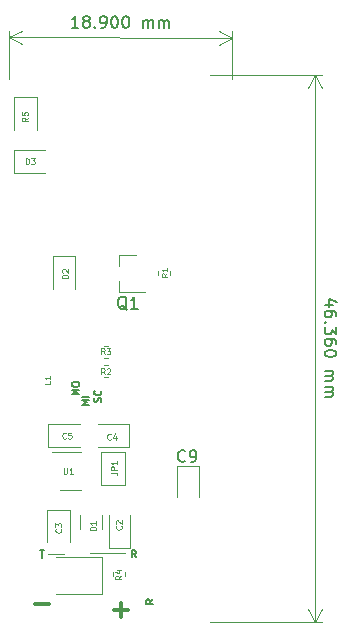
<source format=gto>
G04 #@! TF.GenerationSoftware,KiCad,Pcbnew,(5.99.0-168-g9990dcc1b)*
G04 #@! TF.CreationDate,2019-12-17T14:25:06+03:00*
G04 #@! TF.ProjectId,SmartPartsIONBoard,536d6172-7450-4617-9274-73494f4e426f,rev?*
G04 #@! TF.SameCoordinates,Original*
G04 #@! TF.FileFunction,Legend,Top*
G04 #@! TF.FilePolarity,Positive*
%FSLAX46Y46*%
G04 Gerber Fmt 4.6, Leading zero omitted, Abs format (unit mm)*
G04 Created by KiCad (PCBNEW (5.99.0-168-g9990dcc1b)) date 2019-12-17 14:25:06*
%MOMM*%
%LPD*%
G04 APERTURE LIST*
%ADD10C,0.120000*%
%ADD11C,0.150000*%
%ADD12C,0.300000*%
%ADD13C,0.100000*%
G04 APERTURE END LIST*
D10*
X63340000Y-70600000D02*
X64680000Y-70600000D01*
X66840000Y-70530000D02*
X66820000Y-70530000D01*
X69840000Y-70540000D02*
X66840000Y-70530000D01*
D11*
X70765714Y-70861428D02*
X70565714Y-70575714D01*
X70422857Y-70861428D02*
X70422857Y-70261428D01*
X70651428Y-70261428D01*
X70708571Y-70290000D01*
X70737142Y-70318571D01*
X70765714Y-70375714D01*
X70765714Y-70461428D01*
X70737142Y-70518571D01*
X70708571Y-70547142D01*
X70651428Y-70575714D01*
X70422857Y-70575714D01*
X62628571Y-70281428D02*
X62971428Y-70281428D01*
X62800000Y-70881428D02*
X62800000Y-70281428D01*
X67782857Y-57701428D02*
X67811428Y-57615714D01*
X67811428Y-57472857D01*
X67782857Y-57415714D01*
X67754285Y-57387142D01*
X67697142Y-57358571D01*
X67640000Y-57358571D01*
X67582857Y-57387142D01*
X67554285Y-57415714D01*
X67525714Y-57472857D01*
X67497142Y-57587142D01*
X67468571Y-57644285D01*
X67440000Y-57672857D01*
X67382857Y-57701428D01*
X67325714Y-57701428D01*
X67268571Y-57672857D01*
X67240000Y-57644285D01*
X67211428Y-57587142D01*
X67211428Y-57444285D01*
X67240000Y-57358571D01*
X67754285Y-56758571D02*
X67782857Y-56787142D01*
X67811428Y-56872857D01*
X67811428Y-56930000D01*
X67782857Y-57015714D01*
X67725714Y-57072857D01*
X67668571Y-57101428D01*
X67554285Y-57130000D01*
X67468571Y-57130000D01*
X67354285Y-57101428D01*
X67297142Y-57072857D01*
X67240000Y-57015714D01*
X67211428Y-56930000D01*
X67211428Y-56872857D01*
X67240000Y-56787142D01*
X67268571Y-56758571D01*
X66791428Y-57952857D02*
X66191428Y-57952857D01*
X66620000Y-57752857D01*
X66191428Y-57552857D01*
X66791428Y-57552857D01*
X66791428Y-57267142D02*
X66191428Y-57267142D01*
X65941428Y-57064285D02*
X65341428Y-57064285D01*
X65770000Y-56864285D01*
X65341428Y-56664285D01*
X65941428Y-56664285D01*
X65341428Y-56264285D02*
X65341428Y-56150000D01*
X65370000Y-56092857D01*
X65427142Y-56035714D01*
X65541428Y-56007142D01*
X65741428Y-56007142D01*
X65855714Y-56035714D01*
X65912857Y-56092857D01*
X65941428Y-56150000D01*
X65941428Y-56264285D01*
X65912857Y-56321428D01*
X65855714Y-56378571D01*
X65741428Y-56407142D01*
X65541428Y-56407142D01*
X65427142Y-56378571D01*
X65370000Y-56321428D01*
X65341428Y-56264285D01*
X72211428Y-74434285D02*
X71925714Y-74634285D01*
X72211428Y-74777142D02*
X71611428Y-74777142D01*
X71611428Y-74548571D01*
X71640000Y-74491428D01*
X71668571Y-74462857D01*
X71725714Y-74434285D01*
X71811428Y-74434285D01*
X71868571Y-74462857D01*
X71897142Y-74491428D01*
X71925714Y-74548571D01*
X71925714Y-74777142D01*
D12*
X63381428Y-74797142D02*
X62238571Y-74797142D01*
X70051428Y-75317142D02*
X68908571Y-75317142D01*
X69480000Y-75888571D02*
X69480000Y-74745714D01*
D11*
X65883121Y-26038604D02*
X65311693Y-26037999D01*
X65597407Y-26038302D02*
X65598465Y-25038302D01*
X65503076Y-25181058D01*
X65407737Y-25276196D01*
X65312449Y-25323714D01*
X66455154Y-25467780D02*
X66359967Y-25420061D01*
X66312398Y-25372391D01*
X66264880Y-25277103D01*
X66264930Y-25229484D01*
X66312650Y-25134296D01*
X66360319Y-25086727D01*
X66455608Y-25039209D01*
X66646084Y-25039411D01*
X66741271Y-25087131D01*
X66788840Y-25134800D01*
X66836358Y-25230088D01*
X66836308Y-25277707D01*
X66788588Y-25372895D01*
X66740919Y-25420464D01*
X66645630Y-25467982D01*
X66455154Y-25467780D01*
X66359866Y-25515299D01*
X66312196Y-25562867D01*
X66264477Y-25658055D01*
X66264275Y-25848531D01*
X66311793Y-25943819D01*
X66359362Y-25991489D01*
X66454549Y-26039209D01*
X66645026Y-26039410D01*
X66740314Y-25991892D01*
X66787983Y-25944323D01*
X66835703Y-25849136D01*
X66835905Y-25658660D01*
X66788387Y-25563371D01*
X66740818Y-25515702D01*
X66645630Y-25467982D01*
X67264174Y-25944827D02*
X67311742Y-25992497D01*
X67264073Y-26040065D01*
X67216504Y-25992396D01*
X67264174Y-25944827D01*
X67264073Y-26040065D01*
X67787882Y-26040620D02*
X67978358Y-26040821D01*
X68073647Y-25993303D01*
X68121316Y-25945734D01*
X68216705Y-25802978D01*
X68264526Y-25612552D01*
X68264929Y-25231600D01*
X68217411Y-25136312D01*
X68169842Y-25088642D01*
X68074654Y-25040922D01*
X67884178Y-25040721D01*
X67788890Y-25088239D01*
X67741220Y-25135808D01*
X67693501Y-25230995D01*
X67693249Y-25469091D01*
X67740767Y-25564379D01*
X67788336Y-25612048D01*
X67883523Y-25659768D01*
X68073999Y-25659970D01*
X68169288Y-25612451D01*
X68216957Y-25564883D01*
X68264677Y-25469695D01*
X68884178Y-25041779D02*
X68979416Y-25041880D01*
X69074603Y-25089600D01*
X69122172Y-25137269D01*
X69169690Y-25232557D01*
X69217108Y-25423084D01*
X69216856Y-25661179D01*
X69169035Y-25851605D01*
X69121315Y-25946792D01*
X69073646Y-25994361D01*
X68978358Y-26041879D01*
X68883120Y-26041779D01*
X68787932Y-25994059D01*
X68740363Y-25946389D01*
X68692845Y-25851101D01*
X68645428Y-25660574D01*
X68645680Y-25422479D01*
X68693500Y-25232054D01*
X68741220Y-25136866D01*
X68788889Y-25089297D01*
X68884178Y-25041779D01*
X69836558Y-25042787D02*
X69931796Y-25042888D01*
X70026984Y-25090607D01*
X70074552Y-25138277D01*
X70122071Y-25233565D01*
X70169488Y-25424092D01*
X70169236Y-25662187D01*
X70121416Y-25852613D01*
X70073696Y-25947800D01*
X70026026Y-25995369D01*
X69930738Y-26042887D01*
X69835500Y-26042786D01*
X69740312Y-25995067D01*
X69692744Y-25947397D01*
X69645225Y-25852109D01*
X69597808Y-25661582D01*
X69598060Y-25423487D01*
X69645881Y-25233061D01*
X69693600Y-25137874D01*
X69741270Y-25090305D01*
X69836558Y-25042787D01*
X71359309Y-26044399D02*
X71360014Y-25377733D01*
X71359913Y-25472971D02*
X71407583Y-25425402D01*
X71502871Y-25377884D01*
X71645728Y-25378035D01*
X71740916Y-25425755D01*
X71788434Y-25521043D01*
X71787880Y-26044852D01*
X71788434Y-25521043D02*
X71836154Y-25425855D01*
X71931442Y-25378337D01*
X72074299Y-25378488D01*
X72169487Y-25426208D01*
X72217005Y-25521497D01*
X72216451Y-26045306D01*
X72692641Y-26045810D02*
X72693347Y-25379143D01*
X72693246Y-25474381D02*
X72740915Y-25426813D01*
X72836204Y-25379295D01*
X72979061Y-25379446D01*
X73074248Y-25427166D01*
X73121767Y-25522454D01*
X73121212Y-26046263D01*
X73121767Y-25522454D02*
X73169487Y-25427266D01*
X73264775Y-25379748D01*
X73407632Y-25379899D01*
X73502820Y-25427619D01*
X73550338Y-25522908D01*
X73549784Y-26046717D01*
D10*
X60003683Y-26850002D02*
X78903683Y-26870002D01*
X60000000Y-30330000D02*
X60004303Y-26263582D01*
X78900000Y-30350000D02*
X78904303Y-26283582D01*
X78903683Y-26870002D02*
X77776559Y-27455230D01*
X78903683Y-26870002D02*
X77777800Y-26282390D01*
X60003683Y-26850002D02*
X61129566Y-27437614D01*
X60003683Y-26850002D02*
X61130807Y-26264774D01*
D11*
X87394285Y-49503333D02*
X86727619Y-49503333D01*
X87775238Y-49265238D02*
X87060952Y-49027142D01*
X87060952Y-49646190D01*
X87727619Y-50455714D02*
X87727619Y-50265238D01*
X87680000Y-50170000D01*
X87632380Y-50122380D01*
X87489523Y-50027142D01*
X87299047Y-49979523D01*
X86918095Y-49979523D01*
X86822857Y-50027142D01*
X86775238Y-50074761D01*
X86727619Y-50170000D01*
X86727619Y-50360476D01*
X86775238Y-50455714D01*
X86822857Y-50503333D01*
X86918095Y-50550952D01*
X87156190Y-50550952D01*
X87251428Y-50503333D01*
X87299047Y-50455714D01*
X87346666Y-50360476D01*
X87346666Y-50170000D01*
X87299047Y-50074761D01*
X87251428Y-50027142D01*
X87156190Y-49979523D01*
X86822857Y-50979523D02*
X86775238Y-51027142D01*
X86727619Y-50979523D01*
X86775238Y-50931904D01*
X86822857Y-50979523D01*
X86727619Y-50979523D01*
X87727619Y-51360476D02*
X87727619Y-51979523D01*
X87346666Y-51646190D01*
X87346666Y-51789047D01*
X87299047Y-51884285D01*
X87251428Y-51931904D01*
X87156190Y-51979523D01*
X86918095Y-51979523D01*
X86822857Y-51931904D01*
X86775238Y-51884285D01*
X86727619Y-51789047D01*
X86727619Y-51503333D01*
X86775238Y-51408095D01*
X86822857Y-51360476D01*
X87727619Y-52836666D02*
X87727619Y-52646190D01*
X87680000Y-52550952D01*
X87632380Y-52503333D01*
X87489523Y-52408095D01*
X87299047Y-52360476D01*
X86918095Y-52360476D01*
X86822857Y-52408095D01*
X86775238Y-52455714D01*
X86727619Y-52550952D01*
X86727619Y-52741428D01*
X86775238Y-52836666D01*
X86822857Y-52884285D01*
X86918095Y-52931904D01*
X87156190Y-52931904D01*
X87251428Y-52884285D01*
X87299047Y-52836666D01*
X87346666Y-52741428D01*
X87346666Y-52550952D01*
X87299047Y-52455714D01*
X87251428Y-52408095D01*
X87156190Y-52360476D01*
X87727619Y-53550952D02*
X87727619Y-53646190D01*
X87680000Y-53741428D01*
X87632380Y-53789047D01*
X87537142Y-53836666D01*
X87346666Y-53884285D01*
X87108571Y-53884285D01*
X86918095Y-53836666D01*
X86822857Y-53789047D01*
X86775238Y-53741428D01*
X86727619Y-53646190D01*
X86727619Y-53550952D01*
X86775238Y-53455714D01*
X86822857Y-53408095D01*
X86918095Y-53360476D01*
X87108571Y-53312857D01*
X87346666Y-53312857D01*
X87537142Y-53360476D01*
X87632380Y-53408095D01*
X87680000Y-53455714D01*
X87727619Y-53550952D01*
X86727619Y-55074761D02*
X87394285Y-55074761D01*
X87299047Y-55074761D02*
X87346666Y-55122380D01*
X87394285Y-55217619D01*
X87394285Y-55360476D01*
X87346666Y-55455714D01*
X87251428Y-55503333D01*
X86727619Y-55503333D01*
X87251428Y-55503333D02*
X87346666Y-55550952D01*
X87394285Y-55646190D01*
X87394285Y-55789047D01*
X87346666Y-55884285D01*
X87251428Y-55931904D01*
X86727619Y-55931904D01*
X86727619Y-56408095D02*
X87394285Y-56408095D01*
X87299047Y-56408095D02*
X87346666Y-56455714D01*
X87394285Y-56550952D01*
X87394285Y-56693809D01*
X87346666Y-56789047D01*
X87251428Y-56836666D01*
X86727619Y-56836666D01*
X87251428Y-56836666D02*
X87346666Y-56884285D01*
X87394285Y-56979523D01*
X87394285Y-57122380D01*
X87346666Y-57217619D01*
X87251428Y-57265238D01*
X86727619Y-57265238D01*
D10*
X85910000Y-29990000D02*
X85910000Y-76350000D01*
X77000000Y-29990000D02*
X86496421Y-29990000D01*
X77000000Y-76350000D02*
X86496421Y-76350000D01*
X85910000Y-76350000D02*
X85323579Y-75223496D01*
X85910000Y-76350000D02*
X86496421Y-75223496D01*
X85910000Y-29990000D02*
X85323579Y-31116504D01*
X85910000Y-29990000D02*
X86496421Y-31116504D01*
D13*
X66110000Y-61940000D02*
X63660000Y-61940000D01*
X64310000Y-65160000D02*
X66110000Y-65160000D01*
D10*
X74190000Y-63105000D02*
X74190000Y-65790000D01*
X76110000Y-63105000D02*
X74190000Y-63105000D01*
X76110000Y-65790000D02*
X76110000Y-63105000D01*
X69320000Y-45270000D02*
X69320000Y-46200000D01*
X69320000Y-48430000D02*
X69320000Y-47500000D01*
X69320000Y-48430000D02*
X71480000Y-48430000D01*
X69320000Y-45270000D02*
X70780000Y-45270000D01*
D13*
X60430000Y-31865000D02*
X60430000Y-34725000D01*
X62350000Y-31865000D02*
X60430000Y-31865000D01*
X62350000Y-34725000D02*
X62350000Y-31865000D01*
X69810000Y-61980000D02*
X69810000Y-64780000D01*
X69810000Y-64780000D02*
X67810000Y-64780000D01*
X67810000Y-64780000D02*
X67810000Y-61980000D01*
X67810000Y-61980000D02*
X69810000Y-61980000D01*
X60405000Y-38310000D02*
X63090000Y-38310000D01*
X60405000Y-36390000D02*
X60405000Y-38310000D01*
X63090000Y-36390000D02*
X60405000Y-36390000D01*
X63325000Y-61540000D02*
X66010000Y-61540000D01*
X63325000Y-59620000D02*
X63325000Y-61540000D01*
X66010000Y-59620000D02*
X63325000Y-59620000D01*
X70195000Y-59620000D02*
X67510000Y-59620000D01*
X70195000Y-61540000D02*
X70195000Y-59620000D01*
X67510000Y-61540000D02*
X70195000Y-61540000D01*
X63250000Y-66895000D02*
X63250000Y-69580000D01*
X65170000Y-66895000D02*
X63250000Y-66895000D01*
X65170000Y-69580000D02*
X65170000Y-66895000D01*
X69790000Y-72452779D02*
X69790000Y-72127221D01*
X68770000Y-72452779D02*
X68770000Y-72127221D01*
X68057221Y-54000000D02*
X68382779Y-54000000D01*
X68057221Y-52980000D02*
X68382779Y-52980000D01*
X68402779Y-54620000D02*
X68077221Y-54620000D01*
X68402779Y-55640000D02*
X68077221Y-55640000D01*
X73640000Y-46985279D02*
X73640000Y-46659721D01*
X72620000Y-46985279D02*
X72620000Y-46659721D01*
X63760000Y-45380000D02*
X63760000Y-48180000D01*
X65560000Y-45380000D02*
X63760000Y-45380000D01*
X65560000Y-48180000D02*
X65560000Y-45380000D01*
X70250000Y-70090000D02*
X70250000Y-67290000D01*
X68450000Y-70090000D02*
X70250000Y-70090000D01*
X68450000Y-67290000D02*
X68450000Y-70090000D01*
X66030000Y-67257936D02*
X66030000Y-68462064D01*
X67850000Y-67257936D02*
X67850000Y-68462064D01*
X67865000Y-70815000D02*
X63980000Y-70815000D01*
X67865000Y-73985000D02*
X67865000Y-70815000D01*
X63980000Y-73985000D02*
X67865000Y-73985000D01*
X64629047Y-63306190D02*
X64629047Y-63710952D01*
X64652857Y-63758571D01*
X64676666Y-63782380D01*
X64724285Y-63806190D01*
X64819523Y-63806190D01*
X64867142Y-63782380D01*
X64890952Y-63758571D01*
X64914761Y-63710952D01*
X64914761Y-63306190D01*
X65414761Y-63806190D02*
X65129047Y-63806190D01*
X65271904Y-63806190D02*
X65271904Y-63306190D01*
X65224285Y-63377619D01*
X65176666Y-63425238D01*
X65129047Y-63449047D01*
D11*
X74923333Y-62687142D02*
X74875714Y-62734761D01*
X74732857Y-62782380D01*
X74637619Y-62782380D01*
X74494761Y-62734761D01*
X74399523Y-62639523D01*
X74351904Y-62544285D01*
X74304285Y-62353809D01*
X74304285Y-62210952D01*
X74351904Y-62020476D01*
X74399523Y-61925238D01*
X74494761Y-61830000D01*
X74637619Y-61782380D01*
X74732857Y-61782380D01*
X74875714Y-61830000D01*
X74923333Y-61877619D01*
X75399523Y-62782380D02*
X75590000Y-62782380D01*
X75685238Y-62734761D01*
X75732857Y-62687142D01*
X75828095Y-62544285D01*
X75875714Y-62353809D01*
X75875714Y-61972857D01*
X75828095Y-61877619D01*
X75780476Y-61830000D01*
X75685238Y-61782380D01*
X75494761Y-61782380D01*
X75399523Y-61830000D01*
X75351904Y-61877619D01*
X75304285Y-61972857D01*
X75304285Y-62210952D01*
X75351904Y-62306190D01*
X75399523Y-62353809D01*
X75494761Y-62401428D01*
X75685238Y-62401428D01*
X75780476Y-62353809D01*
X75828095Y-62306190D01*
X75875714Y-62210952D01*
X69984761Y-49897619D02*
X69889523Y-49850000D01*
X69794285Y-49754761D01*
X69651428Y-49611904D01*
X69556190Y-49564285D01*
X69460952Y-49564285D01*
X69508571Y-49802380D02*
X69413333Y-49754761D01*
X69318095Y-49659523D01*
X69270476Y-49469047D01*
X69270476Y-49135714D01*
X69318095Y-48945238D01*
X69413333Y-48850000D01*
X69508571Y-48802380D01*
X69699047Y-48802380D01*
X69794285Y-48850000D01*
X69889523Y-48945238D01*
X69937142Y-49135714D01*
X69937142Y-49469047D01*
X69889523Y-49659523D01*
X69794285Y-49754761D01*
X69699047Y-49802380D01*
X69508571Y-49802380D01*
X70889523Y-49802380D02*
X70318095Y-49802380D01*
X70603809Y-49802380D02*
X70603809Y-48802380D01*
X70508571Y-48945238D01*
X70413333Y-49040476D01*
X70318095Y-49088095D01*
D13*
X61616190Y-33633333D02*
X61378095Y-33800000D01*
X61616190Y-33919047D02*
X61116190Y-33919047D01*
X61116190Y-33728571D01*
X61140000Y-33680952D01*
X61163809Y-33657142D01*
X61211428Y-33633333D01*
X61282857Y-33633333D01*
X61330476Y-33657142D01*
X61354285Y-33680952D01*
X61378095Y-33728571D01*
X61378095Y-33919047D01*
X61116190Y-33180952D02*
X61116190Y-33419047D01*
X61354285Y-33442857D01*
X61330476Y-33419047D01*
X61306666Y-33371428D01*
X61306666Y-33252380D01*
X61330476Y-33204761D01*
X61354285Y-33180952D01*
X61401904Y-33157142D01*
X61520952Y-33157142D01*
X61568571Y-33180952D01*
X61592380Y-33204761D01*
X61616190Y-33252380D01*
X61616190Y-33371428D01*
X61592380Y-33419047D01*
X61568571Y-33442857D01*
X68636190Y-63696666D02*
X68993333Y-63696666D01*
X69064761Y-63720476D01*
X69112380Y-63768095D01*
X69136190Y-63839523D01*
X69136190Y-63887142D01*
X69136190Y-63458571D02*
X68636190Y-63458571D01*
X68636190Y-63268095D01*
X68660000Y-63220476D01*
X68683809Y-63196666D01*
X68731428Y-63172857D01*
X68802857Y-63172857D01*
X68850476Y-63196666D01*
X68874285Y-63220476D01*
X68898095Y-63268095D01*
X68898095Y-63458571D01*
X69136190Y-62696666D02*
X69136190Y-62982380D01*
X69136190Y-62839523D02*
X68636190Y-62839523D01*
X68707619Y-62887142D01*
X68755238Y-62934761D01*
X68779047Y-62982380D01*
X61420952Y-37576190D02*
X61420952Y-37076190D01*
X61540000Y-37076190D01*
X61611428Y-37100000D01*
X61659047Y-37147619D01*
X61682857Y-37195238D01*
X61706666Y-37290476D01*
X61706666Y-37361904D01*
X61682857Y-37457142D01*
X61659047Y-37504761D01*
X61611428Y-37552380D01*
X61540000Y-37576190D01*
X61420952Y-37576190D01*
X61873333Y-37076190D02*
X62182857Y-37076190D01*
X62016190Y-37266666D01*
X62087619Y-37266666D01*
X62135238Y-37290476D01*
X62159047Y-37314285D01*
X62182857Y-37361904D01*
X62182857Y-37480952D01*
X62159047Y-37528571D01*
X62135238Y-37552380D01*
X62087619Y-37576190D01*
X61944761Y-37576190D01*
X61897142Y-37552380D01*
X61873333Y-37528571D01*
X64826666Y-60758571D02*
X64802857Y-60782380D01*
X64731428Y-60806190D01*
X64683809Y-60806190D01*
X64612380Y-60782380D01*
X64564761Y-60734761D01*
X64540952Y-60687142D01*
X64517142Y-60591904D01*
X64517142Y-60520476D01*
X64540952Y-60425238D01*
X64564761Y-60377619D01*
X64612380Y-60330000D01*
X64683809Y-60306190D01*
X64731428Y-60306190D01*
X64802857Y-60330000D01*
X64826666Y-60353809D01*
X65279047Y-60306190D02*
X65040952Y-60306190D01*
X65017142Y-60544285D01*
X65040952Y-60520476D01*
X65088571Y-60496666D01*
X65207619Y-60496666D01*
X65255238Y-60520476D01*
X65279047Y-60544285D01*
X65302857Y-60591904D01*
X65302857Y-60710952D01*
X65279047Y-60758571D01*
X65255238Y-60782380D01*
X65207619Y-60806190D01*
X65088571Y-60806190D01*
X65040952Y-60782380D01*
X65017142Y-60758571D01*
X68626666Y-60858571D02*
X68602857Y-60882380D01*
X68531428Y-60906190D01*
X68483809Y-60906190D01*
X68412380Y-60882380D01*
X68364761Y-60834761D01*
X68340952Y-60787142D01*
X68317142Y-60691904D01*
X68317142Y-60620476D01*
X68340952Y-60525238D01*
X68364761Y-60477619D01*
X68412380Y-60430000D01*
X68483809Y-60406190D01*
X68531428Y-60406190D01*
X68602857Y-60430000D01*
X68626666Y-60453809D01*
X69055238Y-60572857D02*
X69055238Y-60906190D01*
X68936190Y-60382380D02*
X68817142Y-60739523D01*
X69126666Y-60739523D01*
X64388571Y-68463333D02*
X64412380Y-68487142D01*
X64436190Y-68558571D01*
X64436190Y-68606190D01*
X64412380Y-68677619D01*
X64364761Y-68725238D01*
X64317142Y-68749047D01*
X64221904Y-68772857D01*
X64150476Y-68772857D01*
X64055238Y-68749047D01*
X64007619Y-68725238D01*
X63960000Y-68677619D01*
X63936190Y-68606190D01*
X63936190Y-68558571D01*
X63960000Y-68487142D01*
X63983809Y-68463333D01*
X63936190Y-68296666D02*
X63936190Y-67987142D01*
X64126666Y-68153809D01*
X64126666Y-68082380D01*
X64150476Y-68034761D01*
X64174285Y-68010952D01*
X64221904Y-67987142D01*
X64340952Y-67987142D01*
X64388571Y-68010952D01*
X64412380Y-68034761D01*
X64436190Y-68082380D01*
X64436190Y-68225238D01*
X64412380Y-68272857D01*
X64388571Y-68296666D01*
X63516190Y-55933333D02*
X63516190Y-56171428D01*
X63016190Y-56171428D01*
X63516190Y-55504761D02*
X63516190Y-55790476D01*
X63516190Y-55647619D02*
X63016190Y-55647619D01*
X63087619Y-55695238D01*
X63135238Y-55742857D01*
X63159047Y-55790476D01*
X69516190Y-72405833D02*
X69278095Y-72572500D01*
X69516190Y-72691547D02*
X69016190Y-72691547D01*
X69016190Y-72501071D01*
X69040000Y-72453452D01*
X69063809Y-72429642D01*
X69111428Y-72405833D01*
X69182857Y-72405833D01*
X69230476Y-72429642D01*
X69254285Y-72453452D01*
X69278095Y-72501071D01*
X69278095Y-72691547D01*
X69182857Y-71977261D02*
X69516190Y-71977261D01*
X68992380Y-72096309D02*
X69349523Y-72215357D01*
X69349523Y-71905833D01*
X68106666Y-53676190D02*
X67940000Y-53438095D01*
X67820952Y-53676190D02*
X67820952Y-53176190D01*
X68011428Y-53176190D01*
X68059047Y-53200000D01*
X68082857Y-53223809D01*
X68106666Y-53271428D01*
X68106666Y-53342857D01*
X68082857Y-53390476D01*
X68059047Y-53414285D01*
X68011428Y-53438095D01*
X67820952Y-53438095D01*
X68273333Y-53176190D02*
X68582857Y-53176190D01*
X68416190Y-53366666D01*
X68487619Y-53366666D01*
X68535238Y-53390476D01*
X68559047Y-53414285D01*
X68582857Y-53461904D01*
X68582857Y-53580952D01*
X68559047Y-53628571D01*
X68535238Y-53652380D01*
X68487619Y-53676190D01*
X68344761Y-53676190D01*
X68297142Y-53652380D01*
X68273333Y-53628571D01*
X68106666Y-55376190D02*
X67940000Y-55138095D01*
X67820952Y-55376190D02*
X67820952Y-54876190D01*
X68011428Y-54876190D01*
X68059047Y-54900000D01*
X68082857Y-54923809D01*
X68106666Y-54971428D01*
X68106666Y-55042857D01*
X68082857Y-55090476D01*
X68059047Y-55114285D01*
X68011428Y-55138095D01*
X67820952Y-55138095D01*
X68297142Y-54923809D02*
X68320952Y-54900000D01*
X68368571Y-54876190D01*
X68487619Y-54876190D01*
X68535238Y-54900000D01*
X68559047Y-54923809D01*
X68582857Y-54971428D01*
X68582857Y-55019047D01*
X68559047Y-55090476D01*
X68273333Y-55376190D01*
X68582857Y-55376190D01*
X73416190Y-46833333D02*
X73178095Y-47000000D01*
X73416190Y-47119047D02*
X72916190Y-47119047D01*
X72916190Y-46928571D01*
X72940000Y-46880952D01*
X72963809Y-46857142D01*
X73011428Y-46833333D01*
X73082857Y-46833333D01*
X73130476Y-46857142D01*
X73154285Y-46880952D01*
X73178095Y-46928571D01*
X73178095Y-47119047D01*
X73416190Y-46357142D02*
X73416190Y-46642857D01*
X73416190Y-46500000D02*
X72916190Y-46500000D01*
X72987619Y-46547619D01*
X73035238Y-46595238D01*
X73059047Y-46642857D01*
X65006190Y-47229047D02*
X64506190Y-47229047D01*
X64506190Y-47110000D01*
X64530000Y-47038571D01*
X64577619Y-46990952D01*
X64625238Y-46967142D01*
X64720476Y-46943333D01*
X64791904Y-46943333D01*
X64887142Y-46967142D01*
X64934761Y-46990952D01*
X64982380Y-47038571D01*
X65006190Y-47110000D01*
X65006190Y-47229047D01*
X64553809Y-46752857D02*
X64530000Y-46729047D01*
X64506190Y-46681428D01*
X64506190Y-46562380D01*
X64530000Y-46514761D01*
X64553809Y-46490952D01*
X64601428Y-46467142D01*
X64649047Y-46467142D01*
X64720476Y-46490952D01*
X65006190Y-46776666D01*
X65006190Y-46467142D01*
X67366190Y-68579047D02*
X66866190Y-68579047D01*
X66866190Y-68460000D01*
X66890000Y-68388571D01*
X66937619Y-68340952D01*
X66985238Y-68317142D01*
X67080476Y-68293333D01*
X67151904Y-68293333D01*
X67247142Y-68317142D01*
X67294761Y-68340952D01*
X67342380Y-68388571D01*
X67366190Y-68460000D01*
X67366190Y-68579047D01*
X67366190Y-67817142D02*
X67366190Y-68102857D01*
X67366190Y-67960000D02*
X66866190Y-67960000D01*
X66937619Y-68007619D01*
X66985238Y-68055238D01*
X67009047Y-68102857D01*
X69508571Y-68203333D02*
X69532380Y-68227142D01*
X69556190Y-68298571D01*
X69556190Y-68346190D01*
X69532380Y-68417619D01*
X69484761Y-68465238D01*
X69437142Y-68489047D01*
X69341904Y-68512857D01*
X69270476Y-68512857D01*
X69175238Y-68489047D01*
X69127619Y-68465238D01*
X69080000Y-68417619D01*
X69056190Y-68346190D01*
X69056190Y-68298571D01*
X69080000Y-68227142D01*
X69103809Y-68203333D01*
X69103809Y-68012857D02*
X69080000Y-67989047D01*
X69056190Y-67941428D01*
X69056190Y-67822380D01*
X69080000Y-67774761D01*
X69103809Y-67750952D01*
X69151428Y-67727142D01*
X69199047Y-67727142D01*
X69270476Y-67750952D01*
X69556190Y-68036666D01*
X69556190Y-67727142D01*
M02*

</source>
